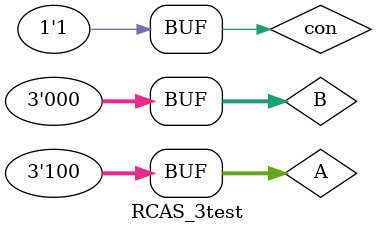
<source format=v>
`timescale 1ns / 1ps


module RCAS_3test;

	// Inputs
	reg [2:0] A;
	reg [2:0] B;
	reg con;

	// Outputs
	wire [2:0] S;
	wire Cout;

	// Instantiate the Unit Under Test (UUT)
	RCAS_3 uut (
		.A(A), 
		.B(B), 
		.con(con), 
		.S(S), 
		.Cout(Cout)
	);

	initial begin
		// Initialize Inputs
		con=0;A=0;B=0;#100;
		con=0;A=0;B=1;#100;
		con=0;A=0;B=2;#100;
		con=0;A=0;B=3;#100;
		con=0;A=1;B=0;#100;
		con=0;A=1;B=1;#100;
		con=0;A=1;B=2;#100;
		con=0;A=1;B=3;#100;
		con=0;A=2;B=0;#100;
		con=0;A=2;B=1;#100;
		con=0;A=2;B=2;#100;
		con=0;A=2;B=3;#100;
		con=0;A=3;B=0;#100;
		con=0;A=3;B=1;#100;
		con=0;A=3;B=2;#100;
		con=0;A=3;B=3;#100;
		con=1;A=0;B=3;#100;
		con=1;A=1;B=3;#100;
		con=1;A=2;B=3;#100;
		con=1;A=3;B=3;#100;
		con=1;A=4;B=3;#100;
		con=1;A=0;B=2;#100;
		con=1;A=1;B=2;#100;
		con=1;A=2;B=2;#100;
		con=1;A=3;B=2;#100;
		con=1;A=4;B=2;#100;
		con=1;A=0;B=1;#100;
		con=1;A=1;B=1;#100;
		con=1;A=2;B=1;#100;
		con=1;A=3;B=1;#100;
		con=1;A=4;B=1;#100;
		con=1;A=0;B=0;#100;
		con=1;A=1;B=0;#100;
		con=1;A=2;B=0;#100;
		con=1;A=3;B=0;#100;
		con=1;A=4;B=0;#100;

	end
      
endmodule


</source>
